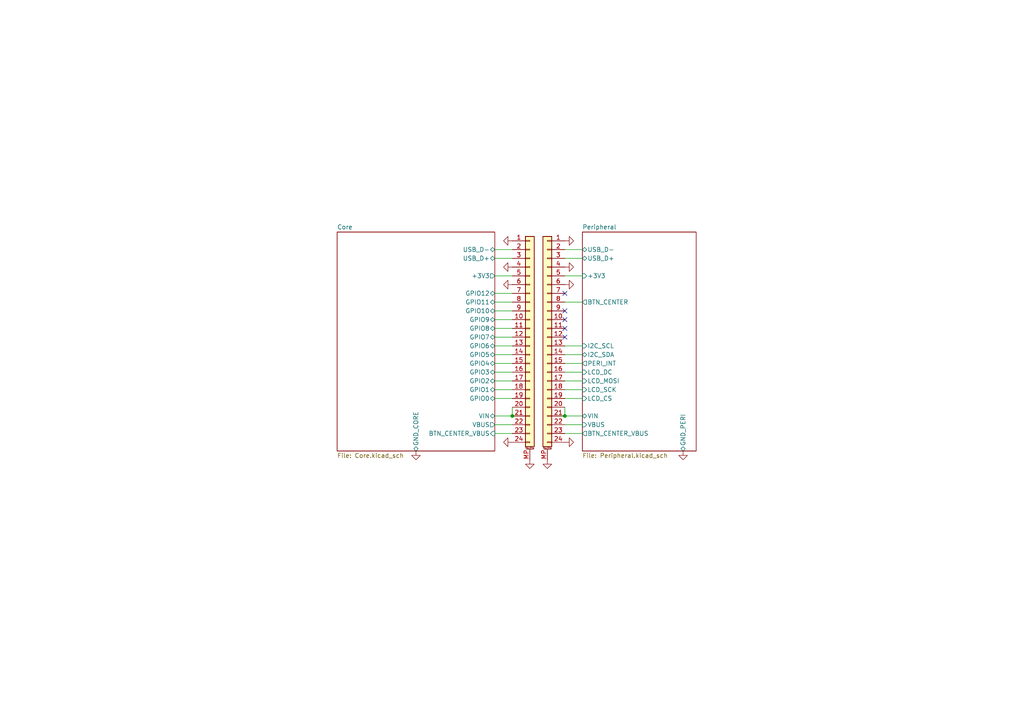
<source format=kicad_sch>
(kicad_sch (version 20250114) (generator "eeschema") (generator_version "9.0")
  (paper "A4")
  (lib_symbols
    (symbol "Connector_Generic_MountingPin:Conn_01x24_MountingPin" (pin_names (offset 1.016) (hide yes))
      (property "Reference" "J" (at 0 30.48 0))
      (property "Value" "Conn_01x24_MountingPin" (at 1.27 -33.02 0))
      (symbol "Conn_01x24_MountingPin_1_1"
        (rectangle (start -1.27 29.21) (end 1.27 -31.75) (stroke (width 0.254)) (fill (type background)))
        (rectangle (start -1.27 28.067) (end 0 27.813) (stroke (width 0.1524)))
        (rectangle (start -1.27 25.527) (end 0 25.273) (stroke (width 0.1524)))
        (rectangle (start -1.27 22.987) (end 0 22.733) (stroke (width 0.1524)))
        (rectangle (start -1.27 20.447) (end 0 20.193) (stroke (width 0.1524)))
        (rectangle (start -1.27 17.907) (end 0 17.653) (stroke (width 0.1524)))
        (rectangle (start -1.27 15.367) (end 0 15.113) (stroke (width 0.1524)))
        (rectangle (start -1.27 12.827) (end 0 12.573) (stroke (width 0.1524)))
        (rectangle (start -1.27 10.287) (end 0 10.033) (stroke (width 0.1524)))
        (rectangle (start -1.27 7.747) (end 0 7.493) (stroke (width 0.1524)))
        (rectangle (start -1.27 5.207) (end 0 4.953) (stroke (width 0.1524)))
        (rectangle (start -1.27 2.667) (end 0 2.413) (stroke (width 0.1524)))
        (rectangle (start -1.27 0.127) (end 0 -0.127) (stroke (width 0.1524)))
        (rectangle (start -1.27 -2.413) (end 0 -2.667) (stroke (width 0.1524)))
        (rectangle (start -1.27 -4.953) (end 0 -5.207) (stroke (width 0.1524)))
        (rectangle (start -1.27 -7.493) (end 0 -7.747) (stroke (width 0.1524)))
        (rectangle (start -1.27 -10.033) (end 0 -10.287) (stroke (width 0.1524)))
        (rectangle (start -1.27 -12.573) (end 0 -12.827) (stroke (width 0.1524)))
        (rectangle (start -1.27 -15.113) (end 0 -15.367) (stroke (width 0.1524)))
        (rectangle (start -1.27 -17.653) (end 0 -17.907) (stroke (width 0.1524)))
        (rectangle (start -1.27 -20.193) (end 0 -20.447) (stroke (width 0.1524)))
        (rectangle (start -1.27 -22.733) (end 0 -22.987) (stroke (width 0.1524)))
        (rectangle (start -1.27 -25.273) (end 0 -25.527) (stroke (width 0.1524)))
        (rectangle (start -1.27 -27.813) (end 0 -28.067) (stroke (width 0.1524)))
        (rectangle (start -1.27 -30.353) (end 0 -30.607) (stroke (width 0.1524)))
        (polyline (pts (xy -1.016 -32.512) (xy 1.016 -32.512)) (stroke (width 0.1524)))
        (text "Mounting" (at 0 -32.131 0) (effects (font (size 0.381 0.381))))
        (pin passive line (at -5.08 27.94 0) (length 3.81) (name "Pin_1") (number "1"))
        (pin passive line (at -5.08 25.4 0) (length 3.81) (name "Pin_2") (number "2"))
        (pin passive line (at -5.08 22.86 0) (length 3.81) (name "Pin_3") (number "3"))
        (pin passive line (at -5.08 20.32 0) (length 3.81) (name "Pin_4") (number "4"))
        (pin passive line (at -5.08 17.78 0) (length 3.81) (name "Pin_5") (number "5"))
        (pin passive line (at -5.08 15.24 0) (length 3.81) (name "Pin_6") (number "6"))
        (pin passive line (at -5.08 12.7 0) (length 3.81) (name "Pin_7") (number "7"))
        (pin passive line (at -5.08 10.16 0) (length 3.81) (name "Pin_8") (number "8"))
        (pin passive line (at -5.08 7.62 0) (length 3.81) (name "Pin_9") (number "9"))
        (pin passive line (at -5.08 5.08 0) (length 3.81) (name "Pin_10") (number "10"))
        (pin passive line (at -5.08 2.54 0) (length 3.81) (name "Pin_11") (number "11"))
        (pin passive line (at -5.08 0 0) (length 3.81) (name "Pin_12") (number "12"))
        (pin passive line (at -5.08 -2.54 0) (length 3.81) (name "Pin_13") (number "13"))
        (pin passive line (at -5.08 -5.08 0) (length 3.81) (name "Pin_14") (number "14"))
        (pin passive line (at -5.08 -7.62 0) (length 3.81) (name "Pin_15") (number "15"))
        (pin passive line (at -5.08 -10.16 0) (length 3.81) (name "Pin_16") (number "16"))
        (pin passive line (at -5.08 -12.7 0) (length 3.81) (name "Pin_17") (number "17"))
        (pin passive line (at -5.08 -15.24 0) (length 3.81) (name "Pin_18") (number "18"))
        (pin passive line (at -5.08 -17.78 0) (length 3.81) (name "Pin_19") (number "19"))
        (pin passive line (at -5.08 -20.32 0) (length 3.81) (name "Pin_20") (number "20"))
        (pin passive line (at -5.08 -22.86 0) (length 3.81) (name "Pin_21") (number "21"))
        (pin passive line (at -5.08 -25.4 0) (length 3.81) (name "Pin_22") (number "22"))
        (pin passive line (at -5.08 -27.94 0) (length 3.81) (name "Pin_23") (number "23"))
        (pin passive line (at -5.08 -30.48 0) (length 3.81) (name "Pin_24") (number "24"))
        (pin passive line (at 0 -35.56 90) (length 3.048) (name "MountPin") (number "MP"))
      )
    )
    (symbol "power:GND" (power) (pin_numbers (hide yes)) (pin_names (offset 0) (hide yes))
      (property "Value" "GND" (at 0 -3.81 0))
      (symbol "GND_0_1"
        (polyline (pts (xy 0 0) (xy 0 -1.27) (xy 1.27 -1.27) (xy 0 -2.54) (xy -1.27 -1.27) (xy 0 -1.27)))
      )
      (symbol "GND_1_1"
        (pin power_in line (at 0 0 270) (length 0) (name "~") (number "1"))
      )
    )
  )
  (junction (at 148.59 120.65))
  (junction (at 163.83 120.65))
  (no_connect (at 163.83 92.71))
  (no_connect (at 163.83 90.17))
  (no_connect (at 163.83 85.09))
  (no_connect (at 163.83 97.79))
  (no_connect (at 163.83 95.25))
  (wire (pts (xy 143.51 107.95) (xy 148.59 107.95)))
  (wire (pts (xy 163.83 125.73) (xy 168.91 125.73)))
  (wire (pts (xy 163.83 115.57) (xy 168.91 115.57)))
  (wire (pts (xy 143.51 100.33) (xy 148.59 100.33)))
  (wire (pts (xy 163.83 80.01) (xy 168.91 80.01)))
  (wire (pts (xy 143.51 123.19) (xy 148.59 123.19)))
  (wire (pts (xy 143.51 74.93) (xy 148.59 74.93)))
  (wire (pts (xy 163.83 113.03) (xy 168.91 113.03)))
  (wire (pts (xy 143.51 72.39) (xy 148.59 72.39)))
  (wire (pts (xy 143.51 85.09) (xy 148.59 85.09)))
  (wire (pts (xy 163.83 110.49) (xy 168.91 110.49)))
  (wire (pts (xy 163.83 120.65) (xy 168.91 120.65)))
  (wire (pts (xy 143.51 92.71) (xy 148.59 92.71)))
  (wire (pts (xy 143.51 125.73) (xy 148.59 125.73)))
  (wire (pts (xy 143.51 113.03) (xy 148.59 113.03)))
  (wire (pts (xy 163.83 72.39) (xy 168.91 72.39)))
  (wire (pts (xy 148.59 120.65) (xy 148.59 118.11)))
  (wire (pts (xy 163.83 87.63) (xy 168.91 87.63)))
  (wire (pts (xy 143.51 115.57) (xy 148.59 115.57)))
  (wire (pts (xy 163.83 100.33) (xy 168.91 100.33)))
  (wire (pts (xy 143.51 95.25) (xy 148.59 95.25)))
  (wire (pts (xy 163.83 74.93) (xy 168.91 74.93)))
  (wire (pts (xy 143.51 87.63) (xy 148.59 87.63)))
  (wire (pts (xy 163.83 118.11) (xy 163.83 120.65)))
  (wire (pts (xy 163.83 105.41) (xy 168.91 105.41)))
  (wire (pts (xy 143.51 110.49) (xy 148.59 110.49)))
  (wire (pts (xy 143.51 105.41) (xy 148.59 105.41)))
  (wire (pts (xy 143.51 120.65) (xy 148.59 120.65)))
  (wire (pts (xy 163.83 107.95) (xy 168.91 107.95)))
  (wire (pts (xy 143.51 102.87) (xy 148.59 102.87)))
  (wire (pts (xy 163.83 102.87) (xy 168.91 102.87)))
  (wire (pts (xy 143.51 90.17) (xy 148.59 90.17)))
  (wire (pts (xy 163.83 123.19) (xy 168.91 123.19)))
  (wire (pts (xy 143.51 97.79) (xy 148.59 97.79)))
  (wire (pts (xy 143.51 80.01) (xy 148.59 80.01)))
  (symbol (lib_id "power:GND") (at 158.75 133.35 0) (unit 1)
    (property "Reference" "#PWR049" (effects (hide yes)))
    (property "Value" "GND_PERI" (effects (hide yes)))
    (property "Description" "Power symbol creates a global label with name \"GND\" , ground" (effects (hide yes)))
  )
  (symbol (lib_id "power:GND") (at 148.59 69.85 270) (unit 1)
    (property "Reference" "#PWR096" (effects (hide yes)))
    (property "Value" "GND_CORE" (effects (hide yes)))
    (property "Description" "Power symbol creates a global label with name \"GND\" , ground" (effects (hide yes)))
  )
  (symbol (lib_id "Connector_Generic_MountingPin:Conn_01x24_MountingPin") (at 158.75 97.79 0) (mirror y) (unit 1)
    (property "Reference" "J21" (effects (hide yes)))
    (property "Value" "Conn_01x24_MountingPin" (effects (hide yes)))
    (property "Footprint" "Project:FPC_Verticle_24pin_0.5mm" (effects (hide yes)))
    (property "Description" "Generic connectable mounting pin connector, single row, 01x24, script generated (kicad-library-utils/schlib/autogen/connector/)" (effects (hide yes)))
    (property "Link" "https://www.lcsc.com/product-detail/C49274051.html" (effects (hide yes)))
  )
  (symbol (lib_id "power:GND") (at 163.83 69.85 90) (unit 1)
    (property "Reference" "#PWR097" (effects (hide yes)))
    (property "Value" "GND_PERI" (effects (hide yes)))
    (property "Description" "Power symbol creates a global label with name \"GND\" , ground" (effects (hide yes)))
  )
  (symbol (lib_id "power:GND") (at 148.59 77.47 270) (unit 1)
    (property "Reference" "#PWR099" (effects (hide yes)))
    (property "Value" "GND_CORE" (effects (hide yes)))
    (property "Description" "Power symbol creates a global label with name \"GND\" , ground" (effects (hide yes)))
  )
  (symbol (lib_id "power:GND") (at 163.83 128.27 90) (unit 1)
    (property "Reference" "#PWR052" (effects (hide yes)))
    (property "Value" "GND_PERI" (effects (hide yes)))
    (property "Description" "Power symbol creates a global label with name \"GND\" , ground" (effects (hide yes)))
  )
  (symbol (lib_id "Connector_Generic_MountingPin:Conn_01x24_MountingPin") (at 153.67 97.79 0) (unit 1)
    (property "Reference" "J20" (effects (hide yes)))
    (property "Value" "Conn_01x24_MountingPin" (effects (hide yes)))
    (property "Footprint" "Project:FPC_Verticle_24pin_0.5mm" (effects (hide yes)))
    (property "Description" "Generic connectable mounting pin connector, single row, 01x24, script generated (kicad-library-utils/schlib/autogen/connector/)" (effects (hide yes)))
    (property "Link" "https://www.lcsc.com/product-detail/C49274051.html" (effects (hide yes)))
  )
  (symbol (lib_id "power:GND") (at 163.83 77.47 90) (unit 1)
    (property "Reference" "#PWR0101" (effects (hide yes)))
    (property "Value" "GND_PERI" (effects (hide yes)))
    (property "Description" "Power symbol creates a global label with name \"GND\" , ground" (effects (hide yes)))
  )
  (symbol (lib_id "power:GND") (at 198.12 130.81 0) (unit 1)
    (property "Reference" "#PWR098" (effects (hide yes)))
    (property "Value" "GND_PERI" (effects (hide yes)))
    (property "Description" "Power symbol creates a global label with name \"GND\" , ground" (effects (hide yes)))
  )
  (symbol (lib_id "power:GND") (at 153.67 133.35 0) (unit 1)
    (property "Reference" "#PWR093" (effects (hide yes)))
    (property "Value" "GND_CORE" (effects (hide yes)))
    (property "Description" "Power symbol creates a global label with name \"GND\" , ground" (effects (hide yes)))
  )
  (symbol (lib_id "power:GND") (at 148.59 82.55 270) (unit 1)
    (property "Reference" "#PWR0100" (effects (hide yes)))
    (property "Value" "GND_CORE" (effects (hide yes)))
    (property "Description" "Power symbol creates a global label with name \"GND\" , ground" (effects (hide yes)))
  )
  (symbol (lib_id "power:GND") (at 148.59 128.27 270) (unit 1)
    (property "Reference" "#PWR095" (effects (hide yes)))
    (property "Value" "GND_CORE" (effects (hide yes)))
    (property "Description" "Power symbol creates a global label with name \"GND\" , ground" (effects (hide yes)))
  )
  (symbol (lib_id "power:GND") (at 120.65 130.81 0) (unit 1)
    (property "Reference" "#PWR094" (effects (hide yes)))
    (property "Value" "GND_CORE" (effects (hide yes)))
    (property "Description" "Power symbol creates a global label with name \"GND\" , ground" (effects (hide yes)))
  )
  (symbol (lib_id "power:GND") (at 163.83 82.55 90) (unit 1)
    (property "Reference" "#PWR0102" (effects (hide yes)))
    (property "Value" "GND_PERI" (effects (hide yes)))
    (property "Description" "Power symbol creates a global label with name \"GND\" , ground" (effects (hide yes)))
  )
  (sheet (at 168.91 67.31) (size 33.02 63.5) (stroke (width 0.1524))
    (property "Sheetname" "Peripheral" (at 168.91 66.5984 0) (effects (justify left bottom)))
    (property "Sheetfile" "Peripheral.kicad_sch" (at 168.91 131.3946 0) (effects (justify left top)))
    (pin "+3V3" input (at 168.91 80.01 180))
    (pin "BTN_CENTER" output (at 168.91 87.63 180))
    (pin "BTN_CENTER_VBUS" output (at 168.91 125.73 180))
    (pin "I2C_SCL" input (at 168.91 100.33 180))
    (pin "I2C_SDA" bidirectional (at 168.91 102.87 180))
    (pin "LCD_CS" input (at 168.91 115.57 180))
    (pin "LCD_DC" input (at 168.91 107.95 180))
    (pin "LCD_MOSI" input (at 168.91 110.49 180))
    (pin "LCD_SCK" input (at 168.91 113.03 180))
    (pin "PERI_INT" output (at 168.91 105.41 180))
    (pin "VBUS" input (at 168.91 123.19 180))
    (pin "GND_PERI" bidirectional (at 198.12 130.81 270))
    (pin "USB_D+" bidirectional (at 168.91 74.93 180))
    (pin "USB_D-" bidirectional (at 168.91 72.39 180))
    (pin "VIN" bidirectional (at 168.91 120.65 180))
  )
  (sheet (at 97.79 67.31) (size 45.72 63.5) (stroke (width 0.1524))
    (property "Sheetname" "Core" (at 97.79 66.5984 0) (effects (justify left bottom)))
    (property "Sheetfile" "Core.kicad_sch" (at 97.79 131.3946 0) (effects (justify left top)))
    (pin "+3V3" output (at 143.51 80.01 0))
    (pin "BTN_CENTER_VBUS" input (at 143.51 125.73 0))
    (pin "GND_CORE" bidirectional (at 120.65 130.81 270))
    (pin "GPIO0" bidirectional (at 143.51 115.57 0))
    (pin "GPIO1" bidirectional (at 143.51 113.03 0))
    (pin "GPIO2" bidirectional (at 143.51 110.49 0))
    (pin "GPIO3" bidirectional (at 143.51 107.95 0))
    (pin "GPIO4" bidirectional (at 143.51 105.41 0))
    (pin "GPIO5" bidirectional (at 143.51 102.87 0))
    (pin "GPIO6" bidirectional (at 143.51 100.33 0))
    (pin "GPIO7" bidirectional (at 143.51 97.79 0))
    (pin "GPIO8" bidirectional (at 143.51 95.25 0))
    (pin "GPIO9" bidirectional (at 143.51 92.71 0))
    (pin "GPIO10" bidirectional (at 143.51 90.17 0))
    (pin "GPIO11" bidirectional (at 143.51 87.63 0))
    (pin "GPIO12" bidirectional (at 143.51 85.09 0))
    (pin "USB_D+" bidirectional (at 143.51 74.93 0))
    (pin "USB_D-" bidirectional (at 143.51 72.39 0))
    (pin "VBUS" output (at 143.51 123.19 0))
    (pin "VIN" bidirectional (at 143.51 120.65 0))
  )
)
</source>
